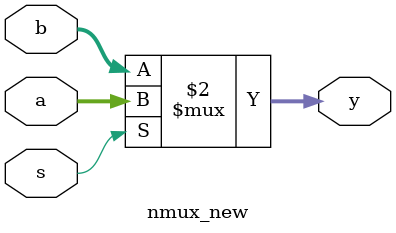
<source format=v>
module nmux_new
(input [31:0] a,b,
input s,
output [31:0] y);
assign y=(s==1)?a:b;
endmodule

</source>
